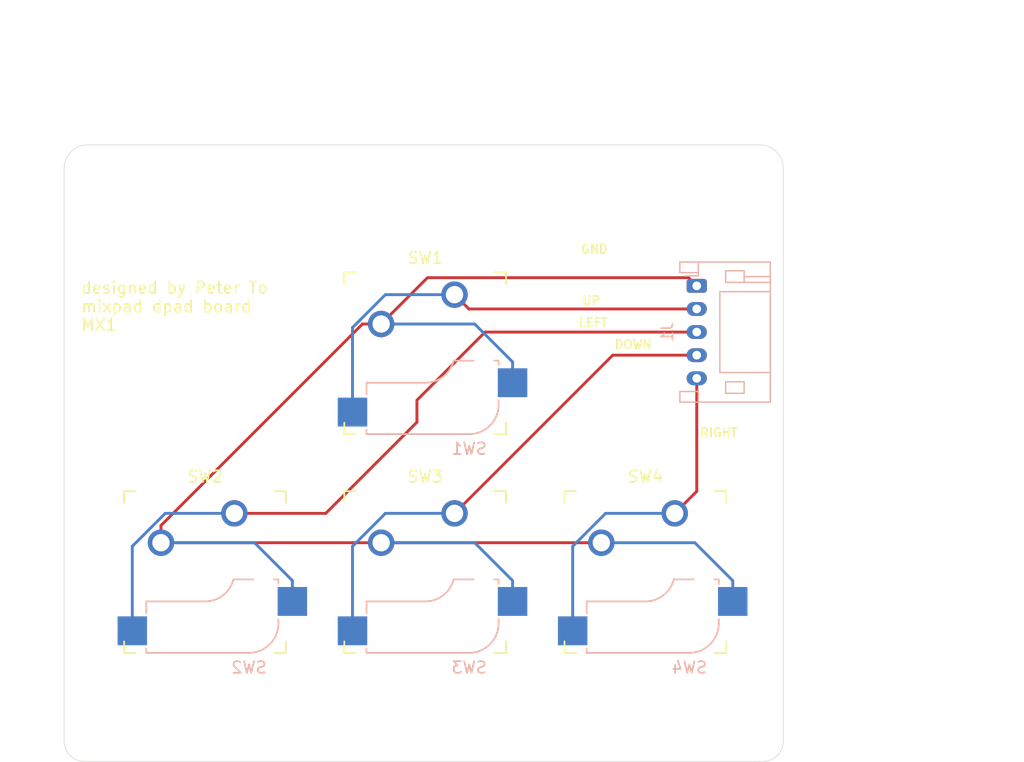
<source format=kicad_pcb>
(kicad_pcb (version 20171130) (host pcbnew "(5.1.12)-1")

  (general
    (thickness 1.6)
    (drawings 19)
    (tracks 45)
    (zones 0)
    (modules 9)
    (nets 6)
  )

  (page A4)
  (layers
    (0 F.Cu signal)
    (31 B.Cu signal)
    (32 B.Adhes user)
    (33 F.Adhes user)
    (34 B.Paste user)
    (35 F.Paste user)
    (36 B.SilkS user)
    (37 F.SilkS user)
    (38 B.Mask user)
    (39 F.Mask user)
    (40 Dwgs.User user)
    (41 Cmts.User user)
    (42 Eco1.User user)
    (43 Eco2.User user)
    (44 Edge.Cuts user)
    (45 Margin user)
    (46 B.CrtYd user)
    (47 F.CrtYd user)
    (48 B.Fab user)
    (49 F.Fab user)
  )

  (setup
    (last_trace_width 0.25)
    (trace_clearance 0.2)
    (zone_clearance 0.508)
    (zone_45_only no)
    (trace_min 0.2)
    (via_size 0.8)
    (via_drill 0.4)
    (via_min_size 0.4)
    (via_min_drill 0.3)
    (uvia_size 0.3)
    (uvia_drill 0.1)
    (uvias_allowed no)
    (uvia_min_size 0.2)
    (uvia_min_drill 0.1)
    (edge_width 0.05)
    (segment_width 0.2)
    (pcb_text_width 0.3)
    (pcb_text_size 1.5 1.5)
    (mod_edge_width 0.12)
    (mod_text_size 1 1)
    (mod_text_width 0.15)
    (pad_size 1.524 1.524)
    (pad_drill 0.762)
    (pad_to_mask_clearance 0)
    (aux_axis_origin 0 0)
    (visible_elements 7FFFFFFF)
    (pcbplotparams
      (layerselection 0x010fc_ffffffff)
      (usegerberextensions true)
      (usegerberattributes true)
      (usegerberadvancedattributes true)
      (creategerberjobfile true)
      (excludeedgelayer true)
      (linewidth 0.100000)
      (plotframeref false)
      (viasonmask false)
      (mode 1)
      (useauxorigin false)
      (hpglpennumber 1)
      (hpglpenspeed 20)
      (hpglpendiameter 15.000000)
      (psnegative false)
      (psa4output false)
      (plotreference true)
      (plotvalue true)
      (plotinvisibletext false)
      (padsonsilk false)
      (subtractmaskfromsilk false)
      (outputformat 1)
      (mirror false)
      (drillshape 0)
      (scaleselection 1)
      (outputdirectory "./"))
  )

  (net 0 "")
  (net 1 "Net-(J1-Pad2)")
  (net 2 "Net-(J1-Pad3)")
  (net 3 "Net-(J1-Pad4)")
  (net 4 "Net-(J1-Pad5)")
  (net 5 GND)

  (net_class Default "This is the default net class."
    (clearance 0.2)
    (trace_width 0.25)
    (via_dia 0.8)
    (via_drill 0.4)
    (uvia_dia 0.3)
    (uvia_drill 0.1)
    (add_net GND)
    (add_net "Net-(J1-Pad2)")
    (add_net "Net-(J1-Pad3)")
    (add_net "Net-(J1-Pad4)")
    (add_net "Net-(J1-Pad5)")
  )

  (module KeySwitches:Kailh_socket_MX_optional (layer F.Cu) (tedit 5DD4FC22) (tstamp 61CC9DAE)
    (at 134.62 100.965)
    (descr "MX-style keyswitch with support for optional Kailh socket")
    (tags MX,cherry,gateron,kailh,pg1511,socket)
    (path /61CABE32)
    (fp_text reference SW3 (at 0 -8.255) (layer F.SilkS)
      (effects (font (size 1 1) (thickness 0.15)))
    )
    (fp_text value SW_Push (at 0 8.255) (layer F.Fab)
      (effects (font (size 1 1) (thickness 0.15)))
    )
    (fp_text user %V (at 0 8.255) (layer B.Fab)
      (effects (font (size 1 1) (thickness 0.15)) (justify mirror))
    )
    (fp_arc (start 0 0) (end 0 2.54) (angle -75.96375653) (layer B.Fab) (width 0.12))
    (fp_arc (start 3.81 4.445) (end 3.81 6.985) (angle -90) (layer B.Fab) (width 0.12))
    (fp_text user %R (at 1.905 5.08) (layer B.Fab)
      (effects (font (size 1 1) (thickness 0.15)) (justify mirror))
    )
    (fp_text user %R (at 3.81 8.255) (layer B.SilkS)
      (effects (font (size 1 1) (thickness 0.15)) (justify mirror))
    )
    (fp_text user %R (at 0 0) (layer F.Fab)
      (effects (font (size 1 1) (thickness 0.15)))
    )
    (fp_arc (start 0 0) (end 0 2.54) (angle -75.96375653) (layer B.SilkS) (width 0.15))
    (fp_arc (start 3.81 4.445) (end 3.81 6.985) (angle -90) (layer B.SilkS) (width 0.15))
    (fp_line (start -7 -6) (end -7 -7) (layer F.SilkS) (width 0.15))
    (fp_line (start -7 7) (end -6 7) (layer F.SilkS) (width 0.15))
    (fp_line (start -6 -7) (end -7 -7) (layer F.SilkS) (width 0.15))
    (fp_line (start -7 7) (end -7 6) (layer F.SilkS) (width 0.15))
    (fp_line (start 7 6) (end 7 7) (layer F.SilkS) (width 0.15))
    (fp_line (start 7 -7) (end 6 -7) (layer F.SilkS) (width 0.15))
    (fp_line (start 6 7) (end 7 7) (layer F.SilkS) (width 0.15))
    (fp_line (start 7 -7) (end 7 -6) (layer F.SilkS) (width 0.15))
    (fp_line (start -6.9 6.9) (end 6.9 6.9) (layer Eco2.User) (width 0.15))
    (fp_line (start 6.9 -6.9) (end -6.9 -6.9) (layer Eco2.User) (width 0.15))
    (fp_line (start 6.9 -6.9) (end 6.9 6.9) (layer Eco2.User) (width 0.15))
    (fp_line (start -6.9 6.9) (end -6.9 -6.9) (layer Eco2.User) (width 0.15))
    (fp_line (start -7.5 -7.5) (end 7.5 -7.5) (layer F.Fab) (width 0.15))
    (fp_line (start 7.5 -7.5) (end 7.5 7.5) (layer F.Fab) (width 0.15))
    (fp_line (start 7.5 7.5) (end -7.5 7.5) (layer F.Fab) (width 0.15))
    (fp_line (start -7.5 7.5) (end -7.5 -7.5) (layer F.Fab) (width 0.15))
    (fp_line (start 6.35 4.445) (end 6.35 4.064) (layer B.SilkS) (width 0.15))
    (fp_line (start 6.35 1.016) (end 6.35 0.635) (layer B.SilkS) (width 0.15))
    (fp_line (start 6.35 0.635) (end 5.969 0.635) (layer B.SilkS) (width 0.15))
    (fp_line (start 4.191 0.635) (end 2.54 0.635) (layer B.SilkS) (width 0.15))
    (fp_line (start 0 2.54) (end -5.08 2.54) (layer B.SilkS) (width 0.15))
    (fp_line (start -5.08 2.54) (end -5.08 3.556) (layer B.SilkS) (width 0.15))
    (fp_line (start -5.08 6.604) (end -5.08 6.985) (layer B.SilkS) (width 0.15))
    (fp_line (start -5.08 6.985) (end 3.81 6.985) (layer B.SilkS) (width 0.15))
    (fp_line (start 6.35 4.445) (end 6.35 0.635) (layer B.Fab) (width 0.12))
    (fp_line (start 6.35 0.635) (end 2.54 0.635) (layer B.Fab) (width 0.12))
    (fp_line (start 0 2.54) (end -5.08 2.54) (layer B.Fab) (width 0.12))
    (fp_line (start -5.08 2.54) (end -5.08 6.985) (layer B.Fab) (width 0.12))
    (fp_line (start -5.08 6.985) (end 3.81 6.985) (layer B.Fab) (width 0.12))
    (fp_line (start 6.35 3.81) (end 8.89 3.81) (layer B.Fab) (width 0.12))
    (fp_line (start 8.89 3.81) (end 8.89 1.27) (layer B.Fab) (width 0.12))
    (fp_line (start 8.89 1.27) (end 6.35 1.27) (layer B.Fab) (width 0.12))
    (fp_line (start -5.08 3.81) (end -7.62 3.81) (layer B.Fab) (width 0.12))
    (fp_line (start -7.62 3.81) (end -7.62 6.35) (layer B.Fab) (width 0.12))
    (fp_line (start -7.62 6.35) (end -5.08 6.35) (layer B.Fab) (width 0.12))
    (pad 2 smd rect (at 7.56 2.54) (size 2.55 2.5) (layers B.Cu B.Paste B.Mask)
      (net 5 GND))
    (pad "" np_thru_hole circle (at -5.08 0) (size 1.7018 1.7018) (drill 1.7018) (layers *.Cu *.Mask))
    (pad "" np_thru_hole circle (at 5.08 0) (size 1.7018 1.7018) (drill 1.7018) (layers *.Cu *.Mask))
    (pad 2 thru_hole circle (at -3.81 -2.54) (size 2.286 2.286) (drill 1.4986) (layers *.Cu *.Mask)
      (net 5 GND))
    (pad "" np_thru_hole circle (at 0 0) (size 3.9878 3.9878) (drill 3.9878) (layers *.Cu *.Mask))
    (pad 1 thru_hole circle (at 2.54 -5.08) (size 2.286 2.286) (drill 1.4986) (layers *.Cu *.Mask)
      (net 3 "Net-(J1-Pad4)"))
    (pad "" np_thru_hole circle (at 3.81 2.54) (size 3 3) (drill 3) (layers *.Cu *.Mask))
    (pad "" np_thru_hole circle (at -2.54 5.08) (size 3 3) (drill 3) (layers *.Cu *.Mask))
    (pad 1 smd rect (at -6.29 5.08) (size 2.55 2.5) (layers B.Cu B.Paste B.Mask)
      (net 3 "Net-(J1-Pad4)"))
  )

  (module KeySwitches:Kailh_socket_MX_optional (layer F.Cu) (tedit 5DD4FC22) (tstamp 61CCD150)
    (at 134.62 82.042)
    (descr "MX-style keyswitch with support for optional Kailh socket")
    (tags MX,cherry,gateron,kailh,pg1511,socket)
    (path /61CAAB7D)
    (fp_text reference SW1 (at 0 -8.255) (layer F.SilkS)
      (effects (font (size 1 1) (thickness 0.15)))
    )
    (fp_text value SW_Push (at 0 8.255) (layer F.Fab)
      (effects (font (size 1 1) (thickness 0.15)))
    )
    (fp_line (start -7.62 6.35) (end -5.08 6.35) (layer B.Fab) (width 0.12))
    (fp_line (start -7.62 3.81) (end -7.62 6.35) (layer B.Fab) (width 0.12))
    (fp_line (start -5.08 3.81) (end -7.62 3.81) (layer B.Fab) (width 0.12))
    (fp_line (start 8.89 1.27) (end 6.35 1.27) (layer B.Fab) (width 0.12))
    (fp_line (start 8.89 3.81) (end 8.89 1.27) (layer B.Fab) (width 0.12))
    (fp_line (start 6.35 3.81) (end 8.89 3.81) (layer B.Fab) (width 0.12))
    (fp_line (start -5.08 6.985) (end 3.81 6.985) (layer B.Fab) (width 0.12))
    (fp_line (start -5.08 2.54) (end -5.08 6.985) (layer B.Fab) (width 0.12))
    (fp_line (start 0 2.54) (end -5.08 2.54) (layer B.Fab) (width 0.12))
    (fp_line (start 6.35 0.635) (end 2.54 0.635) (layer B.Fab) (width 0.12))
    (fp_line (start 6.35 4.445) (end 6.35 0.635) (layer B.Fab) (width 0.12))
    (fp_line (start -5.08 6.985) (end 3.81 6.985) (layer B.SilkS) (width 0.15))
    (fp_line (start -5.08 6.604) (end -5.08 6.985) (layer B.SilkS) (width 0.15))
    (fp_line (start -5.08 2.54) (end -5.08 3.556) (layer B.SilkS) (width 0.15))
    (fp_line (start 0 2.54) (end -5.08 2.54) (layer B.SilkS) (width 0.15))
    (fp_line (start 4.191 0.635) (end 2.54 0.635) (layer B.SilkS) (width 0.15))
    (fp_line (start 6.35 0.635) (end 5.969 0.635) (layer B.SilkS) (width 0.15))
    (fp_line (start 6.35 1.016) (end 6.35 0.635) (layer B.SilkS) (width 0.15))
    (fp_line (start 6.35 4.445) (end 6.35 4.064) (layer B.SilkS) (width 0.15))
    (fp_line (start -7.5 7.5) (end -7.5 -7.5) (layer F.Fab) (width 0.15))
    (fp_line (start 7.5 7.5) (end -7.5 7.5) (layer F.Fab) (width 0.15))
    (fp_line (start 7.5 -7.5) (end 7.5 7.5) (layer F.Fab) (width 0.15))
    (fp_line (start -7.5 -7.5) (end 7.5 -7.5) (layer F.Fab) (width 0.15))
    (fp_line (start -6.9 6.9) (end -6.9 -6.9) (layer Eco2.User) (width 0.15))
    (fp_line (start 6.9 -6.9) (end 6.9 6.9) (layer Eco2.User) (width 0.15))
    (fp_line (start 6.9 -6.9) (end -6.9 -6.9) (layer Eco2.User) (width 0.15))
    (fp_line (start -6.9 6.9) (end 6.9 6.9) (layer Eco2.User) (width 0.15))
    (fp_line (start 7 -7) (end 7 -6) (layer F.SilkS) (width 0.15))
    (fp_line (start 6 7) (end 7 7) (layer F.SilkS) (width 0.15))
    (fp_line (start 7 -7) (end 6 -7) (layer F.SilkS) (width 0.15))
    (fp_line (start 7 6) (end 7 7) (layer F.SilkS) (width 0.15))
    (fp_line (start -7 7) (end -7 6) (layer F.SilkS) (width 0.15))
    (fp_line (start -6 -7) (end -7 -7) (layer F.SilkS) (width 0.15))
    (fp_line (start -7 7) (end -6 7) (layer F.SilkS) (width 0.15))
    (fp_line (start -7 -6) (end -7 -7) (layer F.SilkS) (width 0.15))
    (fp_arc (start 3.81 4.445) (end 3.81 6.985) (angle -90) (layer B.SilkS) (width 0.15))
    (fp_arc (start 0 0) (end 0 2.54) (angle -75.96375653) (layer B.SilkS) (width 0.15))
    (fp_text user %R (at 0 0) (layer F.Fab)
      (effects (font (size 1 1) (thickness 0.15)))
    )
    (fp_text user %R (at 3.81 8.255) (layer B.SilkS)
      (effects (font (size 1 1) (thickness 0.15)) (justify mirror))
    )
    (fp_text user %R (at 1.905 5.08) (layer B.Fab)
      (effects (font (size 1 1) (thickness 0.15)) (justify mirror))
    )
    (fp_arc (start 3.81 4.445) (end 3.81 6.985) (angle -90) (layer B.Fab) (width 0.12))
    (fp_arc (start 0 0) (end 0 2.54) (angle -75.96375653) (layer B.Fab) (width 0.12))
    (fp_text user %V (at 0 8.255) (layer B.Fab)
      (effects (font (size 1 1) (thickness 0.15)) (justify mirror))
    )
    (pad 1 smd rect (at -6.29 5.08) (size 2.55 2.5) (layers B.Cu B.Paste B.Mask)
      (net 1 "Net-(J1-Pad2)"))
    (pad "" np_thru_hole circle (at -2.54 5.08) (size 3 3) (drill 3) (layers *.Cu *.Mask))
    (pad "" np_thru_hole circle (at 3.81 2.54) (size 3 3) (drill 3) (layers *.Cu *.Mask))
    (pad 1 thru_hole circle (at 2.54 -5.08) (size 2.286 2.286) (drill 1.4986) (layers *.Cu *.Mask)
      (net 1 "Net-(J1-Pad2)"))
    (pad "" np_thru_hole circle (at 0 0) (size 3.9878 3.9878) (drill 3.9878) (layers *.Cu *.Mask))
    (pad 2 thru_hole circle (at -3.81 -2.54) (size 2.286 2.286) (drill 1.4986) (layers *.Cu *.Mask)
      (net 5 GND))
    (pad "" np_thru_hole circle (at 5.08 0) (size 1.7018 1.7018) (drill 1.7018) (layers *.Cu *.Mask))
    (pad "" np_thru_hole circle (at -5.08 0) (size 1.7018 1.7018) (drill 1.7018) (layers *.Cu *.Mask))
    (pad 2 smd rect (at 7.56 2.54) (size 2.55 2.5) (layers B.Cu B.Paste B.Mask)
      (net 5 GND))
  )

  (module MountingHole:MountingHole_3.2mm_M3 (layer F.Cu) (tedit 56D1B4CB) (tstamp 61CCA13B)
    (at 107.315 69.85)
    (descr "Mounting Hole 3.2mm, no annular, M3")
    (tags "mounting hole 3.2mm no annular m3")
    (attr virtual)
    (fp_text reference REF** (at 0 -4.2) (layer F.SilkS) hide
      (effects (font (size 1 1) (thickness 0.15)))
    )
    (fp_text value MountingHole_3.2mm_M3 (at 0 4.2) (layer F.Fab)
      (effects (font (size 1 1) (thickness 0.15)))
    )
    (fp_text user %R (at 0.3 0) (layer F.Fab)
      (effects (font (size 1 1) (thickness 0.15)))
    )
    (fp_circle (center 0 0) (end 3.2 0) (layer Cmts.User) (width 0.15))
    (fp_circle (center 0 0) (end 3.45 0) (layer F.CrtYd) (width 0.05))
    (pad 1 np_thru_hole circle (at 0 0) (size 3.2 3.2) (drill 3.2) (layers *.Cu *.Mask))
  )

  (module MountingHole:MountingHole_3.2mm_M3 (layer F.Cu) (tedit 56D1B4CB) (tstamp 61CB395E)
    (at 161.925 111.76)
    (descr "Mounting Hole 3.2mm, no annular, M3")
    (tags "mounting hole 3.2mm no annular m3")
    (attr virtual)
    (fp_text reference REF** (at 0 -4.2) (layer F.SilkS) hide
      (effects (font (size 1 1) (thickness 0.15)))
    )
    (fp_text value MountingHole_3.2mm_M3 (at 0 4.2) (layer F.Fab)
      (effects (font (size 1 1) (thickness 0.15)))
    )
    (fp_text user %R (at 0.3 0) (layer F.Fab)
      (effects (font (size 1 1) (thickness 0.15)))
    )
    (fp_circle (center 0 0) (end 3.2 0) (layer Cmts.User) (width 0.15))
    (fp_circle (center 0 0) (end 3.45 0) (layer F.CrtYd) (width 0.05))
    (pad 1 np_thru_hole circle (at 0 0) (size 3.2 3.2) (drill 3.2) (layers *.Cu *.Mask))
  )

  (module MountingHole:MountingHole_3.2mm_M3 (layer F.Cu) (tedit 56D1B4CB) (tstamp 61CB3A1F)
    (at 161.925 69.85)
    (descr "Mounting Hole 3.2mm, no annular, M3")
    (tags "mounting hole 3.2mm no annular m3")
    (attr virtual)
    (fp_text reference REF** (at 0 -4.2) (layer F.SilkS) hide
      (effects (font (size 1 1) (thickness 0.15)))
    )
    (fp_text value MountingHole_3.2mm_M3 (at 0 4.2) (layer F.Fab)
      (effects (font (size 1 1) (thickness 0.15)))
    )
    (fp_text user %R (at 0.3 0) (layer F.Fab)
      (effects (font (size 1 1) (thickness 0.15)))
    )
    (fp_circle (center 0 0) (end 3.2 0) (layer Cmts.User) (width 0.15))
    (fp_circle (center 0 0) (end 3.45 0) (layer F.CrtYd) (width 0.05))
    (pad 1 np_thru_hole circle (at 0 0) (size 3.2 3.2) (drill 3.2) (layers *.Cu *.Mask))
  )

  (module MountingHole:MountingHole_3.2mm_M3 (layer F.Cu) (tedit 56D1B4CB) (tstamp 61CCA081)
    (at 107.315 111.76)
    (descr "Mounting Hole 3.2mm, no annular, M3")
    (tags "mounting hole 3.2mm no annular m3")
    (attr virtual)
    (fp_text reference REF** (at 0 -4.2) (layer F.SilkS) hide
      (effects (font (size 1 1) (thickness 0.15)))
    )
    (fp_text value MountingHole_3.2mm_M3 (at 0 4.2) (layer F.Fab)
      (effects (font (size 1 1) (thickness 0.15)))
    )
    (fp_text user %R (at 0.3 0) (layer F.Fab)
      (effects (font (size 1 1) (thickness 0.15)))
    )
    (fp_circle (center 0 0) (end 3.2 0) (layer Cmts.User) (width 0.15))
    (fp_circle (center 0 0) (end 3.45 0) (layer F.CrtYd) (width 0.05))
    (pad 1 np_thru_hole circle (at 0 0) (size 3.2 3.2) (drill 3.2) (layers *.Cu *.Mask))
  )

  (module Connector_JST:JST_PH_S5B-PH-K_1x05_P2.00mm_Horizontal (layer B.Cu) (tedit 5B7745C6) (tstamp 61CB3AD7)
    (at 158.115 76.2 270)
    (descr "JST PH series connector, S5B-PH-K (http://www.jst-mfg.com/product/pdf/eng/ePH.pdf), generated with kicad-footprint-generator")
    (tags "connector JST PH top entry")
    (path /61CB2A07)
    (fp_text reference J1 (at 4 2.55 270) (layer B.SilkS)
      (effects (font (size 1 1) (thickness 0.15)) (justify mirror))
    )
    (fp_text value Conn_01x05 (at 4 -7.45 270) (layer B.Fab)
      (effects (font (size 1 1) (thickness 0.15)) (justify mirror))
    )
    (fp_line (start -0.86 -0.14) (end -1.14 -0.14) (layer B.SilkS) (width 0.12))
    (fp_line (start -1.14 -0.14) (end -1.14 1.46) (layer B.SilkS) (width 0.12))
    (fp_line (start -1.14 1.46) (end -2.06 1.46) (layer B.SilkS) (width 0.12))
    (fp_line (start -2.06 1.46) (end -2.06 -6.36) (layer B.SilkS) (width 0.12))
    (fp_line (start -2.06 -6.36) (end 10.06 -6.36) (layer B.SilkS) (width 0.12))
    (fp_line (start 10.06 -6.36) (end 10.06 1.46) (layer B.SilkS) (width 0.12))
    (fp_line (start 10.06 1.46) (end 9.14 1.46) (layer B.SilkS) (width 0.12))
    (fp_line (start 9.14 1.46) (end 9.14 -0.14) (layer B.SilkS) (width 0.12))
    (fp_line (start 9.14 -0.14) (end 8.86 -0.14) (layer B.SilkS) (width 0.12))
    (fp_line (start 0.5 -6.36) (end 0.5 -2) (layer B.SilkS) (width 0.12))
    (fp_line (start 0.5 -2) (end 7.5 -2) (layer B.SilkS) (width 0.12))
    (fp_line (start 7.5 -2) (end 7.5 -6.36) (layer B.SilkS) (width 0.12))
    (fp_line (start -2.06 -0.14) (end -1.14 -0.14) (layer B.SilkS) (width 0.12))
    (fp_line (start 10.06 -0.14) (end 9.14 -0.14) (layer B.SilkS) (width 0.12))
    (fp_line (start -1.3 -2.5) (end -1.3 -4.1) (layer B.SilkS) (width 0.12))
    (fp_line (start -1.3 -4.1) (end -0.3 -4.1) (layer B.SilkS) (width 0.12))
    (fp_line (start -0.3 -4.1) (end -0.3 -2.5) (layer B.SilkS) (width 0.12))
    (fp_line (start -0.3 -2.5) (end -1.3 -2.5) (layer B.SilkS) (width 0.12))
    (fp_line (start 9.3 -2.5) (end 9.3 -4.1) (layer B.SilkS) (width 0.12))
    (fp_line (start 9.3 -4.1) (end 8.3 -4.1) (layer B.SilkS) (width 0.12))
    (fp_line (start 8.3 -4.1) (end 8.3 -2.5) (layer B.SilkS) (width 0.12))
    (fp_line (start 8.3 -2.5) (end 9.3 -2.5) (layer B.SilkS) (width 0.12))
    (fp_line (start -0.3 -4.1) (end -0.3 -6.36) (layer B.SilkS) (width 0.12))
    (fp_line (start -0.8 -4.1) (end -0.8 -6.36) (layer B.SilkS) (width 0.12))
    (fp_line (start -2.45 1.85) (end -2.45 -6.75) (layer B.CrtYd) (width 0.05))
    (fp_line (start -2.45 -6.75) (end 10.45 -6.75) (layer B.CrtYd) (width 0.05))
    (fp_line (start 10.45 -6.75) (end 10.45 1.85) (layer B.CrtYd) (width 0.05))
    (fp_line (start 10.45 1.85) (end -2.45 1.85) (layer B.CrtYd) (width 0.05))
    (fp_line (start -1.25 -0.25) (end -1.25 1.35) (layer B.Fab) (width 0.1))
    (fp_line (start -1.25 1.35) (end -1.95 1.35) (layer B.Fab) (width 0.1))
    (fp_line (start -1.95 1.35) (end -1.95 -6.25) (layer B.Fab) (width 0.1))
    (fp_line (start -1.95 -6.25) (end 9.95 -6.25) (layer B.Fab) (width 0.1))
    (fp_line (start 9.95 -6.25) (end 9.95 1.35) (layer B.Fab) (width 0.1))
    (fp_line (start 9.95 1.35) (end 9.25 1.35) (layer B.Fab) (width 0.1))
    (fp_line (start 9.25 1.35) (end 9.25 -0.25) (layer B.Fab) (width 0.1))
    (fp_line (start 9.25 -0.25) (end -1.25 -0.25) (layer B.Fab) (width 0.1))
    (fp_line (start -0.86 -0.14) (end -0.86 1.075) (layer B.SilkS) (width 0.12))
    (fp_line (start 0 -0.875) (end -0.5 -1.375) (layer B.Fab) (width 0.1))
    (fp_line (start -0.5 -1.375) (end 0.5 -1.375) (layer B.Fab) (width 0.1))
    (fp_line (start 0.5 -1.375) (end 0 -0.875) (layer B.Fab) (width 0.1))
    (fp_text user %R (at 4 -2.5 270) (layer B.Fab)
      (effects (font (size 1 1) (thickness 0.15)) (justify mirror))
    )
    (pad 1 thru_hole roundrect (at 0 0 270) (size 1.2 1.75) (drill 0.75) (layers *.Cu *.Mask) (roundrect_rratio 0.2083325)
      (net 5 GND))
    (pad 2 thru_hole oval (at 2 0 270) (size 1.2 1.75) (drill 0.75) (layers *.Cu *.Mask)
      (net 1 "Net-(J1-Pad2)"))
    (pad 3 thru_hole oval (at 4 0 270) (size 1.2 1.75) (drill 0.75) (layers *.Cu *.Mask)
      (net 2 "Net-(J1-Pad3)"))
    (pad 4 thru_hole oval (at 6 0 270) (size 1.2 1.75) (drill 0.75) (layers *.Cu *.Mask)
      (net 3 "Net-(J1-Pad4)"))
    (pad 5 thru_hole oval (at 8 0 270) (size 1.2 1.75) (drill 0.75) (layers *.Cu *.Mask)
      (net 4 "Net-(J1-Pad5)"))
    (model ${KISYS3DMOD}/Connector_JST.3dshapes/JST_PH_S5B-PH-K_1x05_P2.00mm_Horizontal.wrl
      (at (xyz 0 0 0))
      (scale (xyz 1 1 1))
      (rotate (xyz 0 0 0))
    )
  )

  (module KeySwitches:Kailh_socket_MX_optional (layer F.Cu) (tedit 5DD4FC22) (tstamp 61CCD342)
    (at 115.57 100.965)
    (descr "MX-style keyswitch with support for optional Kailh socket")
    (tags MX,cherry,gateron,kailh,pg1511,socket)
    (path /61CAE20D)
    (fp_text reference SW2 (at 0 -8.255) (layer F.SilkS)
      (effects (font (size 1 1) (thickness 0.15)))
    )
    (fp_text value SW_Push (at 0 8.255) (layer F.Fab)
      (effects (font (size 1 1) (thickness 0.15)))
    )
    (fp_text user %V (at 0 8.255) (layer B.Fab)
      (effects (font (size 1 1) (thickness 0.15)) (justify mirror))
    )
    (fp_arc (start 0 0) (end 0 2.54) (angle -75.96375653) (layer B.Fab) (width 0.12))
    (fp_arc (start 3.81 4.445) (end 3.81 6.985) (angle -90) (layer B.Fab) (width 0.12))
    (fp_text user %R (at 1.905 5.08) (layer B.Fab)
      (effects (font (size 1 1) (thickness 0.15)) (justify mirror))
    )
    (fp_text user %R (at 3.81 8.255) (layer B.SilkS)
      (effects (font (size 1 1) (thickness 0.15)) (justify mirror))
    )
    (fp_text user %R (at 0 0) (layer F.Fab)
      (effects (font (size 1 1) (thickness 0.15)))
    )
    (fp_arc (start 0 0) (end 0 2.54) (angle -75.96375653) (layer B.SilkS) (width 0.15))
    (fp_arc (start 3.81 4.445) (end 3.81 6.985) (angle -90) (layer B.SilkS) (width 0.15))
    (fp_line (start -7 -6) (end -7 -7) (layer F.SilkS) (width 0.15))
    (fp_line (start -7 7) (end -6 7) (layer F.SilkS) (width 0.15))
    (fp_line (start -6 -7) (end -7 -7) (layer F.SilkS) (width 0.15))
    (fp_line (start -7 7) (end -7 6) (layer F.SilkS) (width 0.15))
    (fp_line (start 7 6) (end 7 7) (layer F.SilkS) (width 0.15))
    (fp_line (start 7 -7) (end 6 -7) (layer F.SilkS) (width 0.15))
    (fp_line (start 6 7) (end 7 7) (layer F.SilkS) (width 0.15))
    (fp_line (start 7 -7) (end 7 -6) (layer F.SilkS) (width 0.15))
    (fp_line (start -6.9 6.9) (end 6.9 6.9) (layer Eco2.User) (width 0.15))
    (fp_line (start 6.9 -6.9) (end -6.9 -6.9) (layer Eco2.User) (width 0.15))
    (fp_line (start 6.9 -6.9) (end 6.9 6.9) (layer Eco2.User) (width 0.15))
    (fp_line (start -6.9 6.9) (end -6.9 -6.9) (layer Eco2.User) (width 0.15))
    (fp_line (start -7.5 -7.5) (end 7.5 -7.5) (layer F.Fab) (width 0.15))
    (fp_line (start 7.5 -7.5) (end 7.5 7.5) (layer F.Fab) (width 0.15))
    (fp_line (start 7.5 7.5) (end -7.5 7.5) (layer F.Fab) (width 0.15))
    (fp_line (start -7.5 7.5) (end -7.5 -7.5) (layer F.Fab) (width 0.15))
    (fp_line (start 6.35 4.445) (end 6.35 4.064) (layer B.SilkS) (width 0.15))
    (fp_line (start 6.35 1.016) (end 6.35 0.635) (layer B.SilkS) (width 0.15))
    (fp_line (start 6.35 0.635) (end 5.969 0.635) (layer B.SilkS) (width 0.15))
    (fp_line (start 4.191 0.635) (end 2.54 0.635) (layer B.SilkS) (width 0.15))
    (fp_line (start 0 2.54) (end -5.08 2.54) (layer B.SilkS) (width 0.15))
    (fp_line (start -5.08 2.54) (end -5.08 3.556) (layer B.SilkS) (width 0.15))
    (fp_line (start -5.08 6.604) (end -5.08 6.985) (layer B.SilkS) (width 0.15))
    (fp_line (start -5.08 6.985) (end 3.81 6.985) (layer B.SilkS) (width 0.15))
    (fp_line (start 6.35 4.445) (end 6.35 0.635) (layer B.Fab) (width 0.12))
    (fp_line (start 6.35 0.635) (end 2.54 0.635) (layer B.Fab) (width 0.12))
    (fp_line (start 0 2.54) (end -5.08 2.54) (layer B.Fab) (width 0.12))
    (fp_line (start -5.08 2.54) (end -5.08 6.985) (layer B.Fab) (width 0.12))
    (fp_line (start -5.08 6.985) (end 3.81 6.985) (layer B.Fab) (width 0.12))
    (fp_line (start 6.35 3.81) (end 8.89 3.81) (layer B.Fab) (width 0.12))
    (fp_line (start 8.89 3.81) (end 8.89 1.27) (layer B.Fab) (width 0.12))
    (fp_line (start 8.89 1.27) (end 6.35 1.27) (layer B.Fab) (width 0.12))
    (fp_line (start -5.08 3.81) (end -7.62 3.81) (layer B.Fab) (width 0.12))
    (fp_line (start -7.62 3.81) (end -7.62 6.35) (layer B.Fab) (width 0.12))
    (fp_line (start -7.62 6.35) (end -5.08 6.35) (layer B.Fab) (width 0.12))
    (pad 2 smd rect (at 7.56 2.54) (size 2.55 2.5) (layers B.Cu B.Paste B.Mask)
      (net 5 GND))
    (pad "" np_thru_hole circle (at -5.08 0) (size 1.7018 1.7018) (drill 1.7018) (layers *.Cu *.Mask))
    (pad "" np_thru_hole circle (at 5.08 0) (size 1.7018 1.7018) (drill 1.7018) (layers *.Cu *.Mask))
    (pad 2 thru_hole circle (at -3.81 -2.54) (size 2.286 2.286) (drill 1.4986) (layers *.Cu *.Mask)
      (net 5 GND))
    (pad "" np_thru_hole circle (at 0 0) (size 3.9878 3.9878) (drill 3.9878) (layers *.Cu *.Mask))
    (pad 1 thru_hole circle (at 2.54 -5.08) (size 2.286 2.286) (drill 1.4986) (layers *.Cu *.Mask)
      (net 2 "Net-(J1-Pad3)"))
    (pad "" np_thru_hole circle (at 3.81 2.54) (size 3 3) (drill 3) (layers *.Cu *.Mask))
    (pad "" np_thru_hole circle (at -2.54 5.08) (size 3 3) (drill 3) (layers *.Cu *.Mask))
    (pad 1 smd rect (at -6.29 5.08) (size 2.55 2.5) (layers B.Cu B.Paste B.Mask)
      (net 2 "Net-(J1-Pad3)"))
  )

  (module KeySwitches:Kailh_socket_MX_optional (layer F.Cu) (tedit 5DD4FC22) (tstamp 61CCD4C3)
    (at 153.67 100.965)
    (descr "MX-style keyswitch with support for optional Kailh socket")
    (tags MX,cherry,gateron,kailh,pg1511,socket)
    (path /61CAEE22)
    (fp_text reference SW4 (at 0 -8.255) (layer F.SilkS)
      (effects (font (size 1 1) (thickness 0.15)))
    )
    (fp_text value SW_Push (at 0 8.255) (layer F.Fab)
      (effects (font (size 1 1) (thickness 0.15)))
    )
    (fp_line (start -7.62 6.35) (end -5.08 6.35) (layer B.Fab) (width 0.12))
    (fp_line (start -7.62 3.81) (end -7.62 6.35) (layer B.Fab) (width 0.12))
    (fp_line (start -5.08 3.81) (end -7.62 3.81) (layer B.Fab) (width 0.12))
    (fp_line (start 8.89 1.27) (end 6.35 1.27) (layer B.Fab) (width 0.12))
    (fp_line (start 8.89 3.81) (end 8.89 1.27) (layer B.Fab) (width 0.12))
    (fp_line (start 6.35 3.81) (end 8.89 3.81) (layer B.Fab) (width 0.12))
    (fp_line (start -5.08 6.985) (end 3.81 6.985) (layer B.Fab) (width 0.12))
    (fp_line (start -5.08 2.54) (end -5.08 6.985) (layer B.Fab) (width 0.12))
    (fp_line (start 0 2.54) (end -5.08 2.54) (layer B.Fab) (width 0.12))
    (fp_line (start 6.35 0.635) (end 2.54 0.635) (layer B.Fab) (width 0.12))
    (fp_line (start 6.35 4.445) (end 6.35 0.635) (layer B.Fab) (width 0.12))
    (fp_line (start -5.08 6.985) (end 3.81 6.985) (layer B.SilkS) (width 0.15))
    (fp_line (start -5.08 6.604) (end -5.08 6.985) (layer B.SilkS) (width 0.15))
    (fp_line (start -5.08 2.54) (end -5.08 3.556) (layer B.SilkS) (width 0.15))
    (fp_line (start 0 2.54) (end -5.08 2.54) (layer B.SilkS) (width 0.15))
    (fp_line (start 4.191 0.635) (end 2.54 0.635) (layer B.SilkS) (width 0.15))
    (fp_line (start 6.35 0.635) (end 5.969 0.635) (layer B.SilkS) (width 0.15))
    (fp_line (start 6.35 1.016) (end 6.35 0.635) (layer B.SilkS) (width 0.15))
    (fp_line (start 6.35 4.445) (end 6.35 4.064) (layer B.SilkS) (width 0.15))
    (fp_line (start -7.5 7.5) (end -7.5 -7.5) (layer F.Fab) (width 0.15))
    (fp_line (start 7.5 7.5) (end -7.5 7.5) (layer F.Fab) (width 0.15))
    (fp_line (start 7.5 -7.5) (end 7.5 7.5) (layer F.Fab) (width 0.15))
    (fp_line (start -7.5 -7.5) (end 7.5 -7.5) (layer F.Fab) (width 0.15))
    (fp_line (start -6.9 6.9) (end -6.9 -6.9) (layer Eco2.User) (width 0.15))
    (fp_line (start 6.9 -6.9) (end 6.9 6.9) (layer Eco2.User) (width 0.15))
    (fp_line (start 6.9 -6.9) (end -6.9 -6.9) (layer Eco2.User) (width 0.15))
    (fp_line (start -6.9 6.9) (end 6.9 6.9) (layer Eco2.User) (width 0.15))
    (fp_line (start 7 -7) (end 7 -6) (layer F.SilkS) (width 0.15))
    (fp_line (start 6 7) (end 7 7) (layer F.SilkS) (width 0.15))
    (fp_line (start 7 -7) (end 6 -7) (layer F.SilkS) (width 0.15))
    (fp_line (start 7 6) (end 7 7) (layer F.SilkS) (width 0.15))
    (fp_line (start -7 7) (end -7 6) (layer F.SilkS) (width 0.15))
    (fp_line (start -6 -7) (end -7 -7) (layer F.SilkS) (width 0.15))
    (fp_line (start -7 7) (end -6 7) (layer F.SilkS) (width 0.15))
    (fp_line (start -7 -6) (end -7 -7) (layer F.SilkS) (width 0.15))
    (fp_arc (start 3.81 4.445) (end 3.81 6.985) (angle -90) (layer B.SilkS) (width 0.15))
    (fp_arc (start 0 0) (end 0 2.54) (angle -75.96375653) (layer B.SilkS) (width 0.15))
    (fp_text user %R (at 0 0) (layer F.Fab)
      (effects (font (size 1 1) (thickness 0.15)))
    )
    (fp_text user %R (at 3.81 8.255) (layer B.SilkS)
      (effects (font (size 1 1) (thickness 0.15)) (justify mirror))
    )
    (fp_text user %R (at 1.905 5.08) (layer B.Fab)
      (effects (font (size 1 1) (thickness 0.15)) (justify mirror))
    )
    (fp_arc (start 3.81 4.445) (end 3.81 6.985) (angle -90) (layer B.Fab) (width 0.12))
    (fp_arc (start 0 0) (end 0 2.54) (angle -75.96375653) (layer B.Fab) (width 0.12))
    (fp_text user %V (at 0 8.255) (layer B.Fab)
      (effects (font (size 1 1) (thickness 0.15)) (justify mirror))
    )
    (pad 1 smd rect (at -6.29 5.08) (size 2.55 2.5) (layers B.Cu B.Paste B.Mask)
      (net 4 "Net-(J1-Pad5)"))
    (pad "" np_thru_hole circle (at -2.54 5.08) (size 3 3) (drill 3) (layers *.Cu *.Mask))
    (pad "" np_thru_hole circle (at 3.81 2.54) (size 3 3) (drill 3) (layers *.Cu *.Mask))
    (pad 1 thru_hole circle (at 2.54 -5.08) (size 2.286 2.286) (drill 1.4986) (layers *.Cu *.Mask)
      (net 4 "Net-(J1-Pad5)"))
    (pad "" np_thru_hole circle (at 0 0) (size 3.9878 3.9878) (drill 3.9878) (layers *.Cu *.Mask))
    (pad 2 thru_hole circle (at -3.81 -2.54) (size 2.286 2.286) (drill 1.4986) (layers *.Cu *.Mask)
      (net 5 GND))
    (pad "" np_thru_hole circle (at 5.08 0) (size 1.7018 1.7018) (drill 1.7018) (layers *.Cu *.Mask))
    (pad "" np_thru_hole circle (at -5.08 0) (size 1.7018 1.7018) (drill 1.7018) (layers *.Cu *.Mask))
    (pad 2 smd rect (at 7.56 2.54) (size 2.55 2.5) (layers B.Cu B.Paste B.Mask)
      (net 5 GND))
  )

  (dimension 41.91 (width 0.15) (layer Dwgs.User)
    (gr_text "41.910 mm" (at 175.417 90.805 270) (layer Dwgs.User)
      (effects (font (size 1 1) (thickness 0.15)))
    )
    (feature1 (pts (xy 161.925 111.76) (xy 174.703421 111.76)))
    (feature2 (pts (xy 161.925 69.85) (xy 174.703421 69.85)))
    (crossbar (pts (xy 174.117 69.85) (xy 174.117 111.76)))
    (arrow1a (pts (xy 174.117 111.76) (xy 173.530579 110.633496)))
    (arrow1b (pts (xy 174.117 111.76) (xy 174.703421 110.633496)))
    (arrow2a (pts (xy 174.117 69.85) (xy 173.530579 70.976504)))
    (arrow2b (pts (xy 174.117 69.85) (xy 174.703421 70.976504)))
  )
  (dimension 54.61 (width 0.15) (layer Dwgs.User)
    (gr_text "54.610 mm" (at 134.62 58.263) (layer Dwgs.User)
      (effects (font (size 1 1) (thickness 0.15)))
    )
    (feature1 (pts (xy 161.925 69.85) (xy 161.925 58.976579)))
    (feature2 (pts (xy 107.315 69.85) (xy 107.315 58.976579)))
    (crossbar (pts (xy 107.315 59.563) (xy 161.925 59.563)))
    (arrow1a (pts (xy 161.925 59.563) (xy 160.798496 60.149421)))
    (arrow1b (pts (xy 161.925 59.563) (xy 160.798496 58.976579)))
    (arrow2a (pts (xy 107.315 59.563) (xy 108.441504 60.149421)))
    (arrow2b (pts (xy 107.315 59.563) (xy 108.441504 58.976579)))
  )
  (dimension 62.23 (width 0.15) (layer Dwgs.User)
    (gr_text "62.230 mm" (at 134.493 52.167) (layer Dwgs.User)
      (effects (font (size 1 1) (thickness 0.15)))
    )
    (feature1 (pts (xy 103.378 73.406) (xy 103.378 52.880579)))
    (feature2 (pts (xy 165.608 73.406) (xy 165.608 52.880579)))
    (crossbar (pts (xy 165.608 53.467) (xy 103.378 53.467)))
    (arrow1a (pts (xy 103.378 53.467) (xy 104.504504 52.880579)))
    (arrow1b (pts (xy 103.378 53.467) (xy 104.504504 54.053421)))
    (arrow2a (pts (xy 165.608 53.467) (xy 164.481496 52.880579)))
    (arrow2b (pts (xy 165.608 53.467) (xy 164.481496 54.053421)))
  )
  (dimension 53.34 (width 0.15) (layer Dwgs.User)
    (gr_text "53.340 mm" (at 185.069 90.678 270) (layer Dwgs.User)
      (effects (font (size 1 1) (thickness 0.15)))
    )
    (feature1 (pts (xy 146.304 117.348) (xy 184.355421 117.348)))
    (feature2 (pts (xy 146.304 64.008) (xy 184.355421 64.008)))
    (crossbar (pts (xy 183.769 64.008) (xy 183.769 117.348)))
    (arrow1a (pts (xy 183.769 117.348) (xy 183.182579 116.221496)))
    (arrow1b (pts (xy 183.769 117.348) (xy 184.355421 116.221496)))
    (arrow2a (pts (xy 183.769 64.008) (xy 183.182579 65.134504)))
    (arrow2b (pts (xy 183.769 64.008) (xy 184.355421 65.134504)))
  )
  (gr_arc (start 163.83 115.57) (end 163.83 117.348) (angle -90) (layer Edge.Cuts) (width 0.05))
  (gr_line (start 163.576 117.348) (end 163.83 117.348) (layer Edge.Cuts) (width 0.05))
  (gr_arc (start 105.156 115.57) (end 103.378 115.57) (angle -90) (layer Edge.Cuts) (width 0.05))
  (gr_arc (start 105.41 66.04) (end 105.41 64.008) (angle -90) (layer Edge.Cuts) (width 0.05))
  (gr_line (start 105.156 117.348) (end 163.576 117.348) (layer Edge.Cuts) (width 0.05))
  (gr_line (start 103.378 66.04) (end 103.378 115.57) (layer Edge.Cuts) (width 0.05))
  (gr_line (start 163.576 64.008) (end 105.41 64.008) (layer Edge.Cuts) (width 0.05))
  (gr_arc (start 163.576 66.04) (end 165.608 66.04) (angle -90) (layer Edge.Cuts) (width 0.05))
  (gr_line (start 165.608 115.57) (end 165.608 66.04) (layer Edge.Cuts) (width 0.05))
  (gr_text "designed by Peter To\nmixpad dpad board\nMX1\n" (at 104.775 77.978) (layer F.SilkS)
    (effects (font (size 1 1) (thickness 0.15)) (justify left))
  )
  (gr_text GND (at 150.495 73.025) (layer F.SilkS)
    (effects (font (size 0.75 0.75) (thickness 0.15)) (justify right))
  )
  (gr_text RIGHT (at 160.02 88.9) (layer F.SilkS)
    (effects (font (size 0.75 0.75) (thickness 0.15)))
  )
  (gr_text DOWN (at 154.305 81.28) (layer F.SilkS)
    (effects (font (size 0.75 0.75) (thickness 0.15)) (justify right))
  )
  (gr_text LEFT (at 150.495 79.375) (layer F.SilkS)
    (effects (font (size 0.75 0.75) (thickness 0.15)) (justify right))
  )
  (gr_text UP (at 149.86 77.47) (layer F.SilkS)
    (effects (font (size 0.75 0.75) (thickness 0.15)) (justify right))
  )

  (segment (start 158.21141 76.2) (end 158.115 76.2) (width 0.25) (layer F.Cu) (net 5))
  (segment (start 158.56501 75.8464) (end 158.21141 76.2) (width 0.25) (layer F.Cu) (net 5))
  (segment (start 138.398 78.2) (end 137.16 76.962) (width 0.25) (layer F.Cu) (net 1))
  (segment (start 158.115 78.2) (end 138.398 78.2) (width 0.25) (layer F.Cu) (net 1))
  (segment (start 128.33 79.809358) (end 128.33 87.122) (width 0.25) (layer B.Cu) (net 1))
  (segment (start 131.177358 76.962) (end 128.33 79.809358) (width 0.25) (layer B.Cu) (net 1))
  (segment (start 137.16 76.962) (end 131.177358 76.962) (width 0.25) (layer B.Cu) (net 1))
  (segment (start 126.018002 95.885) (end 118.11 95.885) (width 0.25) (layer F.Cu) (net 2))
  (segment (start 133.905001 87.998001) (end 126.018002 95.885) (width 0.25) (layer F.Cu) (net 2))
  (segment (start 133.905001 86.096665) (end 133.905001 87.998001) (width 0.25) (layer F.Cu) (net 2))
  (segment (start 139.801666 80.2) (end 133.905001 86.096665) (width 0.25) (layer F.Cu) (net 2))
  (segment (start 158.115 80.2) (end 139.801666 80.2) (width 0.25) (layer F.Cu) (net 2))
  (segment (start 109.28 98.732358) (end 109.28 106.045) (width 0.25) (layer B.Cu) (net 2))
  (segment (start 112.127358 95.885) (end 109.28 98.732358) (width 0.25) (layer B.Cu) (net 2))
  (segment (start 118.11 95.885) (end 112.127358 95.885) (width 0.25) (layer B.Cu) (net 2))
  (segment (start 157.48 82.55) (end 157.48 82.295) (width 0.25) (layer F.Cu) (net 3))
  (segment (start 150.845 82.2) (end 137.16 95.885) (width 0.25) (layer F.Cu) (net 3))
  (segment (start 158.115 82.2) (end 150.845 82.2) (width 0.25) (layer F.Cu) (net 3))
  (segment (start 128.33 98.732358) (end 128.33 106.045) (width 0.25) (layer B.Cu) (net 3))
  (segment (start 131.177358 95.885) (end 128.33 98.732358) (width 0.25) (layer B.Cu) (net 3))
  (segment (start 137.16 95.885) (end 131.177358 95.885) (width 0.25) (layer B.Cu) (net 3))
  (segment (start 158.115 93.98) (end 156.21 95.885) (width 0.25) (layer F.Cu) (net 4))
  (segment (start 158.115 84.2) (end 158.115 93.98) (width 0.25) (layer F.Cu) (net 4))
  (segment (start 147.38 98.732358) (end 147.38 106.045) (width 0.25) (layer B.Cu) (net 4))
  (segment (start 150.227358 95.885) (end 147.38 98.732358) (width 0.25) (layer B.Cu) (net 4))
  (segment (start 156.21 95.885) (end 150.227358 95.885) (width 0.25) (layer B.Cu) (net 4))
  (segment (start 134.818001 75.493999) (end 130.81 79.502) (width 0.25) (layer F.Cu) (net 5))
  (segment (start 157.408999 75.493999) (end 134.818001 75.493999) (width 0.25) (layer F.Cu) (net 5))
  (segment (start 158.115 76.2) (end 157.408999 75.493999) (width 0.25) (layer F.Cu) (net 5))
  (segment (start 111.76 96.935554) (end 111.76 98.425) (width 0.25) (layer F.Cu) (net 5))
  (segment (start 129.193554 79.502) (end 111.76 96.935554) (width 0.25) (layer F.Cu) (net 5))
  (segment (start 130.81 79.502) (end 129.193554 79.502) (width 0.25) (layer F.Cu) (net 5))
  (segment (start 111.76 98.425) (end 149.86 98.425) (width 0.25) (layer F.Cu) (net 5))
  (segment (start 142.18 82.781666) (end 142.18 84.582) (width 0.25) (layer B.Cu) (net 5))
  (segment (start 138.900334 79.502) (end 142.18 82.781666) (width 0.25) (layer B.Cu) (net 5))
  (segment (start 130.81 79.502) (end 138.900334 79.502) (width 0.25) (layer B.Cu) (net 5))
  (segment (start 123.13 101.704666) (end 123.13 103.505) (width 0.25) (layer B.Cu) (net 5))
  (segment (start 119.850334 98.425) (end 123.13 101.704666) (width 0.25) (layer B.Cu) (net 5))
  (segment (start 111.76 98.425) (end 119.850334 98.425) (width 0.25) (layer B.Cu) (net 5))
  (segment (start 142.18 101.704666) (end 142.18 103.505) (width 0.25) (layer B.Cu) (net 5))
  (segment (start 138.900334 98.425) (end 142.18 101.704666) (width 0.25) (layer B.Cu) (net 5))
  (segment (start 130.81 98.425) (end 138.900334 98.425) (width 0.25) (layer B.Cu) (net 5))
  (segment (start 161.23 101.704666) (end 161.23 103.505) (width 0.25) (layer B.Cu) (net 5))
  (segment (start 157.950334 98.425) (end 161.23 101.704666) (width 0.25) (layer B.Cu) (net 5))
  (segment (start 149.86 98.425) (end 157.950334 98.425) (width 0.25) (layer B.Cu) (net 5))

)

</source>
